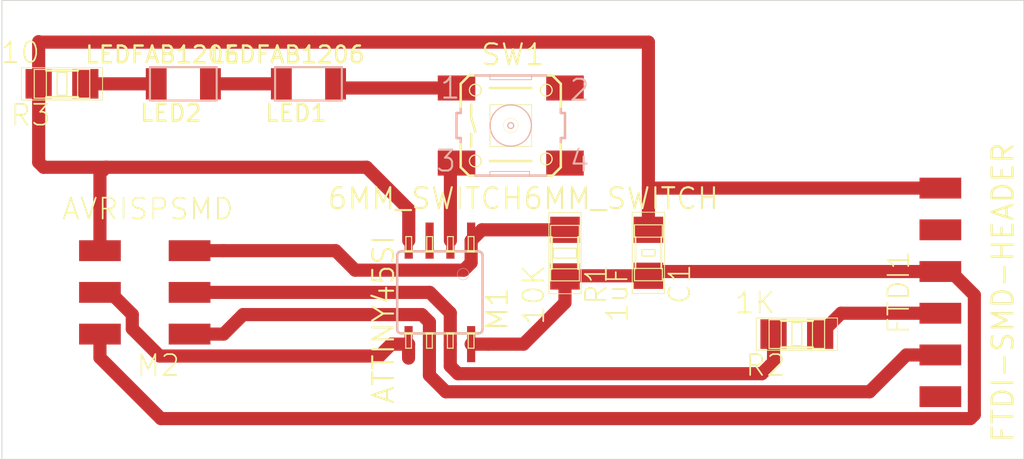
<source format=kicad_pcb>
(kicad_pcb (version 20171130) (host pcbnew "(5.1.5)-3")

  (general
    (thickness 1.6)
    (drawings 4)
    (tracks 76)
    (zones 0)
    (modules 10)
    (nets 17)
  )

  (page A4)
  (layers
    (0 F.Cu signal)
    (31 B.Cu signal)
    (32 B.Adhes user)
    (33 F.Adhes user)
    (34 B.Paste user)
    (35 F.Paste user)
    (36 B.SilkS user)
    (37 F.SilkS user)
    (38 B.Mask user)
    (39 F.Mask user)
    (40 Dwgs.User user)
    (41 Cmts.User user)
    (42 Eco1.User user)
    (43 Eco2.User user)
    (44 Edge.Cuts user)
    (45 Margin user)
    (46 B.CrtYd user)
    (47 F.CrtYd user)
    (48 B.Fab user)
    (49 F.Fab user)
  )

  (setup
    (last_trace_width 0.8)
    (trace_clearance 0.3)
    (zone_clearance 0.508)
    (zone_45_only no)
    (trace_min 0.8)
    (via_size 0.6)
    (via_drill 0.4)
    (via_min_size 0.4)
    (via_min_drill 0.3)
    (uvia_size 0.3)
    (uvia_drill 0.1)
    (uvias_allowed no)
    (uvia_min_size 0.2)
    (uvia_min_drill 0.1)
    (edge_width 0.05)
    (segment_width 0.2)
    (pcb_text_width 0.3)
    (pcb_text_size 1.5 1.5)
    (mod_edge_width 0.12)
    (mod_text_size 1 1)
    (mod_text_width 0.15)
    (pad_size 1.524 1.524)
    (pad_drill 0.762)
    (pad_to_mask_clearance 0.051)
    (solder_mask_min_width 0.25)
    (aux_axis_origin 0 0)
    (visible_elements 7FFFFFFF)
    (pcbplotparams
      (layerselection 0x010fc_ffffffff)
      (usegerberextensions false)
      (usegerberattributes false)
      (usegerberadvancedattributes false)
      (creategerberjobfile false)
      (excludeedgelayer true)
      (linewidth 0.100000)
      (plotframeref false)
      (viasonmask false)
      (mode 1)
      (useauxorigin false)
      (hpglpennumber 1)
      (hpglpenspeed 20)
      (hpglpendiameter 15.000000)
      (psnegative false)
      (psa4output false)
      (plotreference true)
      (plotvalue true)
      (plotinvisibletext false)
      (padsonsilk false)
      (subtractmaskfromsilk false)
      (outputformat 1)
      (mirror false)
      (drillshape 1)
      (scaleselection 1)
      (outputdirectory ""))
  )

  (net 0 "")
  (net 1 "Net-(C1-Pad1)")
  (net 2 "Net-(C1-Pad2)")
  (net 3 "Net-(FTDI1-Pad2)")
  (net 4 "Net-(FTDI1-Pad4)")
  (net 5 "Net-(FTDI1-Pad5)")
  (net 6 "Net-(FTDI1-Pad6)")
  (net 7 "Net-(LED1-Pad1)")
  (net 8 "Net-(LED1-Pad2)")
  (net 9 "Net-(LED2-Pad2)")
  (net 10 "Net-(M1-Pad2)")
  (net 11 "Net-(M1-Pad3)")
  (net 12 "Net-(SW1-Pad2)")
  (net 13 "Net-(SW1-Pad4)")
  (net 14 "Net-(M1-Pad1)")
  (net 15 "Net-(M1-Pad5)")
  (net 16 "Net-(M1-Pad7)")

  (net_class Default "This is the default net class."
    (clearance 0.3)
    (trace_width 0.8)
    (via_dia 0.6)
    (via_drill 0.4)
    (uvia_dia 0.3)
    (uvia_drill 0.1)
    (diff_pair_width 0.8)
    (diff_pair_gap 0.25)
    (add_net "Net-(C1-Pad1)")
    (add_net "Net-(C1-Pad2)")
    (add_net "Net-(FTDI1-Pad2)")
    (add_net "Net-(FTDI1-Pad4)")
    (add_net "Net-(FTDI1-Pad5)")
    (add_net "Net-(FTDI1-Pad6)")
    (add_net "Net-(LED1-Pad1)")
    (add_net "Net-(LED1-Pad2)")
    (add_net "Net-(LED2-Pad2)")
    (add_net "Net-(M1-Pad1)")
    (add_net "Net-(M1-Pad2)")
    (add_net "Net-(M1-Pad3)")
    (add_net "Net-(M1-Pad5)")
    (add_net "Net-(M1-Pad7)")
    (add_net "Net-(SW1-Pad2)")
    (add_net "Net-(SW1-Pad4)")
  )

  (module fab-C1206 (layer F.Cu) (tedit 200000) (tstamp 5E66ACCE)
    (at 370.84 321.43954 270)
    (descr CAPACITOR)
    (tags CAPACITOR)
    (path /5E61F700)
    (attr smd)
    (fp_text reference C1 (at 1.905 -1.905 90) (layer F.SilkS)
      (effects (font (size 1.27 1.27) (thickness 0.1016)))
    )
    (fp_text value 1uF (at 2.54 1.905 90) (layer F.SilkS)
      (effects (font (size 1.27 1.27) (thickness 0.1016)))
    )
    (fp_line (start -1.7018 0.8509) (end -0.94996 0.8509) (layer F.SilkS) (width 0.06604))
    (fp_line (start -0.94996 0.8509) (end -0.94996 -0.84836) (layer F.SilkS) (width 0.06604))
    (fp_line (start -1.7018 -0.84836) (end -0.94996 -0.84836) (layer F.SilkS) (width 0.06604))
    (fp_line (start -1.7018 0.8509) (end -1.7018 -0.84836) (layer F.SilkS) (width 0.06604))
    (fp_line (start 0.94996 0.84836) (end 1.7018 0.84836) (layer F.SilkS) (width 0.06604))
    (fp_line (start 1.7018 0.84836) (end 1.7018 -0.8509) (layer F.SilkS) (width 0.06604))
    (fp_line (start 0.94996 -0.8509) (end 1.7018 -0.8509) (layer F.SilkS) (width 0.06604))
    (fp_line (start 0.94996 0.84836) (end 0.94996 -0.8509) (layer F.SilkS) (width 0.06604))
    (fp_line (start -0.19812 0.39878) (end 0.19812 0.39878) (layer F.SilkS) (width 0.06604))
    (fp_line (start 0.19812 0.39878) (end 0.19812 -0.39878) (layer F.SilkS) (width 0.06604))
    (fp_line (start -0.19812 -0.39878) (end 0.19812 -0.39878) (layer F.SilkS) (width 0.06604))
    (fp_line (start -0.19812 0.39878) (end -0.19812 -0.39878) (layer F.SilkS) (width 0.06604))
    (fp_line (start -2.47142 -0.98298) (end 2.47142 -0.98298) (layer F.SilkS) (width 0.0508))
    (fp_line (start 2.47142 0.98298) (end -2.47142 0.98298) (layer F.SilkS) (width 0.0508))
    (fp_line (start -2.47142 0.98298) (end -2.47142 -0.98298) (layer F.SilkS) (width 0.0508))
    (fp_line (start 2.47142 -0.98298) (end 2.47142 0.98298) (layer F.SilkS) (width 0.0508))
    (fp_line (start -0.96266 -0.78486) (end 0.96266 -0.78486) (layer F.SilkS) (width 0.1016))
    (fp_line (start -0.96266 0.78486) (end 0.96266 0.78486) (layer F.SilkS) (width 0.1016))
    (pad 1 smd rect (at -1.39954 0 270) (size 1.59766 1.79832) (layers F.Cu F.Paste F.Mask)
      (net 1 "Net-(C1-Pad1)"))
    (pad 2 smd rect (at 1.39954 0 270) (size 1.59766 1.79832) (layers F.Cu F.Paste F.Mask)
      (net 2 "Net-(C1-Pad2)"))
  )

  (module fab-1X06SMD (layer F.Cu) (tedit 200000) (tstamp 5E66ACD8)
    (at 388.62 323.85)
    (path /5E61DFCD)
    (attr smd)
    (fp_text reference FTDI1 (at -2.54 0 90) (layer F.SilkS)
      (effects (font (size 1.27 1.27) (thickness 0.1016)))
    )
    (fp_text value FTDI-SMD-HEADER (at 3.81 0 270) (layer F.SilkS)
      (effects (font (size 1.27 1.27) (thickness 0.15)))
    )
    (pad 1 smd rect (at 0 -6.35) (size 2.54 1.27) (layers F.Cu F.Paste F.Mask)
      (net 1 "Net-(C1-Pad1)"))
    (pad 2 smd rect (at 0 -3.81) (size 2.54 1.27) (layers F.Cu F.Paste F.Mask)
      (net 3 "Net-(FTDI1-Pad2)"))
    (pad 3 smd rect (at 0 -1.27) (size 2.54 1.27) (layers F.Cu F.Paste F.Mask)
      (net 2 "Net-(C1-Pad2)"))
    (pad 4 smd rect (at 0 1.27) (size 2.54 1.27) (layers F.Cu F.Paste F.Mask)
      (net 4 "Net-(FTDI1-Pad4)"))
    (pad 5 smd rect (at 0 3.81) (size 2.54 1.27) (layers F.Cu F.Paste F.Mask)
      (net 5 "Net-(FTDI1-Pad5)"))
    (pad 6 smd rect (at 0 6.35) (size 2.54 1.27) (layers F.Cu F.Paste F.Mask)
      (net 6 "Net-(FTDI1-Pad6)"))
  )

  (module fab-LED1206FAB (layer F.Cu) (tedit 200000) (tstamp 5E66AD1C)
    (at 350.139 311.15 180)
    (descr "LED1206 FAB STYLE (SMALLER PADS TO ALLOW TRACE BETWEEN)")
    (tags "LED1206 FAB STYLE (SMALLER PADS TO ALLOW TRACE BETWEEN)")
    (path /5E6229E5)
    (attr smd)
    (fp_text reference LED1 (at 0.762 -1.778) (layer F.SilkS)
      (effects (font (size 1.016 1.016) (thickness 0.1524)))
    )
    (fp_text value LEDFAB1206 (at 1.27 1.778) (layer F.SilkS)
      (effects (font (size 1.016 1.016) (thickness 0.1524)))
    )
    (fp_line (start -2.032 -1.016) (end 2.032 -1.016) (layer B.SilkS) (width 0.127))
    (fp_line (start 2.032 -1.016) (end 2.032 1.016) (layer B.SilkS) (width 0.127))
    (fp_line (start 2.032 1.016) (end -2.032 1.016) (layer B.SilkS) (width 0.127))
    (fp_line (start -2.032 1.016) (end -2.032 -1.016) (layer B.SilkS) (width 0.127))
    (pad 1 smd rect (at -1.651 0 180) (size 1.27 1.905) (layers F.Cu F.Paste F.Mask)
      (net 7 "Net-(LED1-Pad1)"))
    (pad 2 smd rect (at 1.651 0 180) (size 1.27 1.905) (layers F.Cu F.Paste F.Mask)
      (net 8 "Net-(LED1-Pad2)"))
  )

  (module fab-LED1206FAB (layer F.Cu) (tedit 200000) (tstamp 5E66AD26)
    (at 342.519 311.15 180)
    (descr "LED1206 FAB STYLE (SMALLER PADS TO ALLOW TRACE BETWEEN)")
    (tags "LED1206 FAB STYLE (SMALLER PADS TO ALLOW TRACE BETWEEN)")
    (path /5E667DB3)
    (attr smd)
    (fp_text reference LED2 (at 0.762 -1.778) (layer F.SilkS)
      (effects (font (size 1.016 1.016) (thickness 0.1524)))
    )
    (fp_text value LEDFAB1206 (at 1.27 1.778) (layer F.SilkS)
      (effects (font (size 1.016 1.016) (thickness 0.1524)))
    )
    (fp_line (start -2.032 1.016) (end -2.032 -1.016) (layer B.SilkS) (width 0.127))
    (fp_line (start 2.032 1.016) (end -2.032 1.016) (layer B.SilkS) (width 0.127))
    (fp_line (start 2.032 -1.016) (end 2.032 1.016) (layer B.SilkS) (width 0.127))
    (fp_line (start -2.032 -1.016) (end 2.032 -1.016) (layer B.SilkS) (width 0.127))
    (pad 2 smd rect (at 1.651 0 180) (size 1.27 1.905) (layers F.Cu F.Paste F.Mask)
      (net 9 "Net-(LED2-Pad2)"))
    (pad 1 smd rect (at -1.651 0 180) (size 1.27 1.905) (layers F.Cu F.Paste F.Mask)
      (net 8 "Net-(LED1-Pad2)"))
  )

  (module fab-SOIC8 (layer F.Cu) (tedit 200000) (tstamp 5E66AD65)
    (at 358.14 323.85 180)
    (descr "WIDE PLASTIC GULL WING SMALL OUTLINE PACKAGE")
    (tags "WIDE PLASTIC GULL WING SMALL OUTLINE PACKAGE")
    (path /5E6178B6)
    (attr smd)
    (fp_text reference M1 (at -3.4925 -1.016 90) (layer F.SilkS)
      (effects (font (size 1.27 1.27) (thickness 0.127)))
    )
    (fp_text value ATTINY45SI (at 3.429 -1.651 90) (layer F.SilkS)
      (effects (font (size 1.27 1.27) (thickness 0.127)))
    )
    (fp_line (start -2.07772 -2.49936) (end -1.72974 -2.49936) (layer F.SilkS) (width 0.06604))
    (fp_line (start -1.72974 -2.49936) (end -1.72974 -3.39852) (layer F.SilkS) (width 0.06604))
    (fp_line (start -2.07772 -3.39852) (end -1.72974 -3.39852) (layer F.SilkS) (width 0.06604))
    (fp_line (start -2.07772 -2.49936) (end -2.07772 -3.39852) (layer F.SilkS) (width 0.06604))
    (fp_line (start -0.80772 -2.49936) (end -0.45974 -2.49936) (layer F.SilkS) (width 0.06604))
    (fp_line (start -0.45974 -2.49936) (end -0.45974 -3.39852) (layer F.SilkS) (width 0.06604))
    (fp_line (start -0.80772 -3.39852) (end -0.45974 -3.39852) (layer F.SilkS) (width 0.06604))
    (fp_line (start -0.80772 -2.49936) (end -0.80772 -3.39852) (layer F.SilkS) (width 0.06604))
    (fp_line (start 0.45974 -2.49936) (end 0.80772 -2.49936) (layer F.SilkS) (width 0.06604))
    (fp_line (start 0.80772 -2.49936) (end 0.80772 -3.39852) (layer F.SilkS) (width 0.06604))
    (fp_line (start 0.45974 -3.39852) (end 0.80772 -3.39852) (layer F.SilkS) (width 0.06604))
    (fp_line (start 0.45974 -2.49936) (end 0.45974 -3.39852) (layer F.SilkS) (width 0.06604))
    (fp_line (start 1.72974 -2.49936) (end 2.07772 -2.49936) (layer F.SilkS) (width 0.06604))
    (fp_line (start 2.07772 -2.49936) (end 2.07772 -3.39852) (layer F.SilkS) (width 0.06604))
    (fp_line (start 1.72974 -3.39852) (end 2.07772 -3.39852) (layer F.SilkS) (width 0.06604))
    (fp_line (start 1.72974 -2.49936) (end 1.72974 -3.39852) (layer F.SilkS) (width 0.06604))
    (fp_line (start 1.71958 3.39852) (end 2.06756 3.39852) (layer F.SilkS) (width 0.06604))
    (fp_line (start 2.06756 3.39852) (end 2.06756 2.49936) (layer F.SilkS) (width 0.06604))
    (fp_line (start 1.71958 2.49936) (end 2.06756 2.49936) (layer F.SilkS) (width 0.06604))
    (fp_line (start 1.71958 3.39852) (end 1.71958 2.49936) (layer F.SilkS) (width 0.06604))
    (fp_line (start 0.44958 3.39852) (end 0.79756 3.39852) (layer F.SilkS) (width 0.06604))
    (fp_line (start 0.79756 3.39852) (end 0.79756 2.49936) (layer F.SilkS) (width 0.06604))
    (fp_line (start 0.44958 2.49936) (end 0.79756 2.49936) (layer F.SilkS) (width 0.06604))
    (fp_line (start 0.44958 3.39852) (end 0.44958 2.49936) (layer F.SilkS) (width 0.06604))
    (fp_line (start -0.81788 3.39852) (end -0.4699 3.39852) (layer F.SilkS) (width 0.06604))
    (fp_line (start -0.4699 3.39852) (end -0.4699 2.49936) (layer F.SilkS) (width 0.06604))
    (fp_line (start -0.81788 2.49936) (end -0.4699 2.49936) (layer F.SilkS) (width 0.06604))
    (fp_line (start -0.81788 3.39852) (end -0.81788 2.49936) (layer F.SilkS) (width 0.06604))
    (fp_line (start -2.07772 3.39852) (end -1.72974 3.39852) (layer F.SilkS) (width 0.06604))
    (fp_line (start -1.72974 3.39852) (end -1.72974 2.49936) (layer F.SilkS) (width 0.06604))
    (fp_line (start -2.07772 2.49936) (end -1.72974 2.49936) (layer F.SilkS) (width 0.06604))
    (fp_line (start -2.07772 3.39852) (end -2.07772 2.49936) (layer F.SilkS) (width 0.06604))
    (fp_line (start 2.35966 2.49936) (end -2.33934 2.49936) (layer F.SilkS) (width 0.1524))
    (fp_line (start -2.33934 -2.49936) (end 2.35966 -2.49936) (layer F.SilkS) (width 0.1524))
    (fp_line (start -2.2098 -2.49936) (end -2.33934 -2.49936) (layer B.SilkS) (width 0.1524))
    (fp_line (start -1.5875 -2.49936) (end -0.94996 -2.49936) (layer B.SilkS) (width 0.1524))
    (fp_line (start -0.3175 -2.49936) (end 0.3175 -2.49936) (layer B.SilkS) (width 0.1524))
    (fp_line (start 0.94996 -2.49936) (end 1.5875 -2.49936) (layer B.SilkS) (width 0.1524))
    (fp_line (start 2.2098 -2.49936) (end 2.35966 -2.49936) (layer B.SilkS) (width 0.1524))
    (fp_line (start 2.19964 2.49936) (end 2.32918 2.49936) (layer B.SilkS) (width 0.1524))
    (fp_line (start 1.5875 2.49936) (end 0.9398 2.49936) (layer B.SilkS) (width 0.1524))
    (fp_line (start 0.3175 2.49936) (end -0.32766 2.49936) (layer B.SilkS) (width 0.1524))
    (fp_line (start -0.94996 2.49936) (end -1.5875 2.49936) (layer B.SilkS) (width 0.1524))
    (fp_line (start -2.2098 2.49936) (end -2.33934 2.49936) (layer B.SilkS) (width 0.1524))
    (fp_line (start -2.59842 -2.2479) (end -2.59842 2.23774) (layer B.SilkS) (width 0.1524))
    (fp_line (start 2.59842 2.2479) (end 2.59842 -2.2479) (layer B.SilkS) (width 0.1524))
    (fp_circle (center -1.41986 1.11252) (end -1.66878 1.36144) (layer B.SilkS) (width 0.0254))
    (fp_arc (start -2.3495 -2.2479) (end -2.59842 -2.2479) (angle 90) (layer B.SilkS) (width 0.1524))
    (fp_arc (start 2.3495 -2.2479) (end 2.3495 -2.49936) (angle 90) (layer B.SilkS) (width 0.1524))
    (fp_arc (start 2.3495 2.2479) (end 2.59842 2.2479) (angle 90) (layer B.SilkS) (width 0.1524))
    (fp_arc (start -2.3495 2.2479) (end -2.3495 2.49936) (angle 90) (layer B.SilkS) (width 0.1524))
    (pad 1 smd rect (at -1.905 3.15214 180) (size 0.49784 2.19964) (layers F.Cu F.Paste F.Mask)
      (net 14 "Net-(M1-Pad1)"))
    (pad 2 smd rect (at -0.64262 3.15214 180) (size 0.49784 2.19964) (layers F.Cu F.Paste F.Mask)
      (net 10 "Net-(M1-Pad2)"))
    (pad 3 smd rect (at 0.62484 3.15214 180) (size 0.49784 2.19964) (layers F.Cu F.Paste F.Mask)
      (net 11 "Net-(M1-Pad3)"))
    (pad 4 smd rect (at 1.89484 3.15214 180) (size 0.49784 2.19964) (layers F.Cu F.Paste F.Mask)
      (net 1 "Net-(C1-Pad1)"))
    (pad 5 smd rect (at 1.905 -3.15214 180) (size 0.49784 2.19964) (layers F.Cu F.Paste F.Mask)
      (net 15 "Net-(M1-Pad5)"))
    (pad 6 smd rect (at 0.635 -3.15214 180) (size 0.49784 2.19964) (layers F.Cu F.Paste F.Mask)
      (net 5 "Net-(FTDI1-Pad5)"))
    (pad 7 smd rect (at -0.635 -3.15214 180) (size 0.49784 2.19964) (layers F.Cu F.Paste F.Mask)
      (net 16 "Net-(M1-Pad7)"))
    (pad 8 smd rect (at -1.905 -3.15214 180) (size 0.49784 2.19964) (layers F.Cu F.Paste F.Mask)
      (net 2 "Net-(C1-Pad2)"))
  )

  (module fab-R1206 (layer F.Cu) (tedit 200000) (tstamp 5E66AD7D)
    (at 365.76 321.45986 270)
    (descr RESISTOR)
    (tags RESISTOR)
    (path /5E64C4C7)
    (attr smd)
    (fp_text reference R1 (at 1.905 -1.905 90) (layer F.SilkS)
      (effects (font (size 1.27 1.27) (thickness 0.1016)))
    )
    (fp_text value 10K (at 2.54 1.905 90) (layer F.SilkS)
      (effects (font (size 1.27 1.27) (thickness 0.1016)))
    )
    (fp_line (start -1.6891 0.8763) (end -0.9525 0.8763) (layer F.SilkS) (width 0.06604))
    (fp_line (start -0.9525 0.8763) (end -0.9525 -0.8763) (layer F.SilkS) (width 0.06604))
    (fp_line (start -1.6891 -0.8763) (end -0.9525 -0.8763) (layer F.SilkS) (width 0.06604))
    (fp_line (start -1.6891 0.8763) (end -1.6891 -0.8763) (layer F.SilkS) (width 0.06604))
    (fp_line (start 0.9525 0.8763) (end 1.6891 0.8763) (layer F.SilkS) (width 0.06604))
    (fp_line (start 1.6891 0.8763) (end 1.6891 -0.8763) (layer F.SilkS) (width 0.06604))
    (fp_line (start 0.9525 -0.8763) (end 1.6891 -0.8763) (layer F.SilkS) (width 0.06604))
    (fp_line (start 0.9525 0.8763) (end 0.9525 -0.8763) (layer F.SilkS) (width 0.06604))
    (fp_line (start -0.29972 0.6985) (end 0.29972 0.6985) (layer F.SilkS) (width 0.06604))
    (fp_line (start 0.29972 0.6985) (end 0.29972 -0.6985) (layer F.SilkS) (width 0.06604))
    (fp_line (start -0.29972 -0.6985) (end 0.29972 -0.6985) (layer F.SilkS) (width 0.06604))
    (fp_line (start -0.29972 0.6985) (end -0.29972 -0.6985) (layer F.SilkS) (width 0.06604))
    (fp_line (start 0.9525 0.8128) (end -0.9652 0.8128) (layer F.SilkS) (width 0.1524))
    (fp_line (start 0.9525 -0.8128) (end -0.9652 -0.8128) (layer F.SilkS) (width 0.1524))
    (fp_line (start -2.47142 -0.98298) (end 2.47142 -0.98298) (layer F.SilkS) (width 0.0508))
    (fp_line (start 2.47142 -0.98298) (end 2.47142 0.98298) (layer F.SilkS) (width 0.0508))
    (fp_line (start 2.47142 0.98298) (end -2.47142 0.98298) (layer F.SilkS) (width 0.0508))
    (fp_line (start -2.47142 0.98298) (end -2.47142 -0.98298) (layer F.SilkS) (width 0.0508))
    (pad 1 smd rect (at -1.41986 0 270) (size 1.59766 1.80086) (layers F.Cu F.Paste F.Mask)
      (net 14 "Net-(M1-Pad1)"))
    (pad 2 smd rect (at 1.41986 0 270) (size 1.59766 1.80086) (layers F.Cu F.Paste F.Mask)
      (net 2 "Net-(C1-Pad2)"))
  )

  (module fab-R1206 (layer F.Cu) (tedit 200000) (tstamp 5E66AD95)
    (at 379.87986 326.39 180)
    (descr RESISTOR)
    (tags RESISTOR)
    (path /5E64F0AA)
    (attr smd)
    (fp_text reference R2 (at 1.905 -1.905) (layer F.SilkS)
      (effects (font (size 1.27 1.27) (thickness 0.1016)))
    )
    (fp_text value 1K (at 2.54 1.905) (layer F.SilkS)
      (effects (font (size 1.27 1.27) (thickness 0.1016)))
    )
    (fp_line (start -2.47142 0.98298) (end -2.47142 -0.98298) (layer F.SilkS) (width 0.0508))
    (fp_line (start 2.47142 0.98298) (end -2.47142 0.98298) (layer F.SilkS) (width 0.0508))
    (fp_line (start 2.47142 -0.98298) (end 2.47142 0.98298) (layer F.SilkS) (width 0.0508))
    (fp_line (start -2.47142 -0.98298) (end 2.47142 -0.98298) (layer F.SilkS) (width 0.0508))
    (fp_line (start 0.9525 -0.8128) (end -0.9652 -0.8128) (layer F.SilkS) (width 0.1524))
    (fp_line (start 0.9525 0.8128) (end -0.9652 0.8128) (layer F.SilkS) (width 0.1524))
    (fp_line (start -0.29972 0.6985) (end -0.29972 -0.6985) (layer F.SilkS) (width 0.06604))
    (fp_line (start -0.29972 -0.6985) (end 0.29972 -0.6985) (layer F.SilkS) (width 0.06604))
    (fp_line (start 0.29972 0.6985) (end 0.29972 -0.6985) (layer F.SilkS) (width 0.06604))
    (fp_line (start -0.29972 0.6985) (end 0.29972 0.6985) (layer F.SilkS) (width 0.06604))
    (fp_line (start 0.9525 0.8763) (end 0.9525 -0.8763) (layer F.SilkS) (width 0.06604))
    (fp_line (start 0.9525 -0.8763) (end 1.6891 -0.8763) (layer F.SilkS) (width 0.06604))
    (fp_line (start 1.6891 0.8763) (end 1.6891 -0.8763) (layer F.SilkS) (width 0.06604))
    (fp_line (start 0.9525 0.8763) (end 1.6891 0.8763) (layer F.SilkS) (width 0.06604))
    (fp_line (start -1.6891 0.8763) (end -1.6891 -0.8763) (layer F.SilkS) (width 0.06604))
    (fp_line (start -1.6891 -0.8763) (end -0.9525 -0.8763) (layer F.SilkS) (width 0.06604))
    (fp_line (start -0.9525 0.8763) (end -0.9525 -0.8763) (layer F.SilkS) (width 0.06604))
    (fp_line (start -1.6891 0.8763) (end -0.9525 0.8763) (layer F.SilkS) (width 0.06604))
    (pad 2 smd rect (at 1.41986 0 180) (size 1.59766 1.80086) (layers F.Cu F.Paste F.Mask)
      (net 16 "Net-(M1-Pad7)"))
    (pad 1 smd rect (at -1.41986 0 180) (size 1.59766 1.80086) (layers F.Cu F.Paste F.Mask)
      (net 4 "Net-(FTDI1-Pad4)"))
  )

  (module fab-R1206 (layer F.Cu) (tedit 200000) (tstamp 5E66DE3D)
    (at 335.13014 311.15 180)
    (descr RESISTOR)
    (tags RESISTOR)
    (path /5E652669)
    (attr smd)
    (fp_text reference R3 (at 1.905 -1.905) (layer F.SilkS)
      (effects (font (size 1.27 1.27) (thickness 0.1016)))
    )
    (fp_text value 10 (at 2.54 1.905) (layer F.SilkS)
      (effects (font (size 1.27 1.27) (thickness 0.1016)))
    )
    (fp_line (start -1.6891 0.8763) (end -0.9525 0.8763) (layer F.SilkS) (width 0.06604))
    (fp_line (start -0.9525 0.8763) (end -0.9525 -0.8763) (layer F.SilkS) (width 0.06604))
    (fp_line (start -1.6891 -0.8763) (end -0.9525 -0.8763) (layer F.SilkS) (width 0.06604))
    (fp_line (start -1.6891 0.8763) (end -1.6891 -0.8763) (layer F.SilkS) (width 0.06604))
    (fp_line (start 0.9525 0.8763) (end 1.6891 0.8763) (layer F.SilkS) (width 0.06604))
    (fp_line (start 1.6891 0.8763) (end 1.6891 -0.8763) (layer F.SilkS) (width 0.06604))
    (fp_line (start 0.9525 -0.8763) (end 1.6891 -0.8763) (layer F.SilkS) (width 0.06604))
    (fp_line (start 0.9525 0.8763) (end 0.9525 -0.8763) (layer F.SilkS) (width 0.06604))
    (fp_line (start -0.29972 0.6985) (end 0.29972 0.6985) (layer F.SilkS) (width 0.06604))
    (fp_line (start 0.29972 0.6985) (end 0.29972 -0.6985) (layer F.SilkS) (width 0.06604))
    (fp_line (start -0.29972 -0.6985) (end 0.29972 -0.6985) (layer F.SilkS) (width 0.06604))
    (fp_line (start -0.29972 0.6985) (end -0.29972 -0.6985) (layer F.SilkS) (width 0.06604))
    (fp_line (start 0.9525 0.8128) (end -0.9652 0.8128) (layer F.SilkS) (width 0.1524))
    (fp_line (start 0.9525 -0.8128) (end -0.9652 -0.8128) (layer F.SilkS) (width 0.1524))
    (fp_line (start -2.47142 -0.98298) (end 2.47142 -0.98298) (layer F.SilkS) (width 0.0508))
    (fp_line (start 2.47142 -0.98298) (end 2.47142 0.98298) (layer F.SilkS) (width 0.0508))
    (fp_line (start 2.47142 0.98298) (end -2.47142 0.98298) (layer F.SilkS) (width 0.0508))
    (fp_line (start -2.47142 0.98298) (end -2.47142 -0.98298) (layer F.SilkS) (width 0.0508))
    (pad 1 smd rect (at -1.41986 0 180) (size 1.59766 1.80086) (layers F.Cu F.Paste F.Mask)
      (net 9 "Net-(LED2-Pad2)"))
    (pad 2 smd rect (at 1.41986 0 180) (size 1.59766 1.80086) (layers F.Cu F.Paste F.Mask)
      (net 1 "Net-(C1-Pad1)"))
  )

  (module fab-6MM_SWITCH (layer F.Cu) (tedit 200000) (tstamp 5E66ADEB)
    (at 362.458 313.69)
    (descr "OMRON SWITCH")
    (tags "OMRON SWITCH")
    (path /5E625F18)
    (attr smd)
    (fp_text reference SW1 (at 0.127 -4.318) (layer F.SilkS)
      (effects (font (size 1.27 1.27) (thickness 0.127)))
    )
    (fp_text value 6MM_SWITCH6MM_SWITCH (at 0.762 4.445) (layer F.SilkS)
      (effects (font (size 1.27 1.27) (thickness 0.127)))
    )
    (fp_line (start 3.302 0.762) (end 3.048 0.762) (layer B.SilkS) (width 0.1524))
    (fp_line (start 3.302 0.762) (end 3.302 -0.762) (layer B.SilkS) (width 0.1524))
    (fp_line (start 3.048 -0.762) (end 3.302 -0.762) (layer B.SilkS) (width 0.1524))
    (fp_line (start 3.048 -1.016) (end 3.048 -2.54) (layer F.SilkS) (width 0.1524))
    (fp_line (start -3.302 -0.762) (end -3.048 -0.762) (layer B.SilkS) (width 0.1524))
    (fp_line (start -3.302 -0.762) (end -3.302 0.762) (layer B.SilkS) (width 0.1524))
    (fp_line (start -3.048 0.762) (end -3.302 0.762) (layer B.SilkS) (width 0.1524))
    (fp_line (start 3.048 -2.54) (end 2.54 -3.048) (layer F.SilkS) (width 0.1524))
    (fp_line (start 2.54 3.048) (end 3.048 2.54) (layer F.SilkS) (width 0.1524))
    (fp_line (start 3.048 2.54) (end 3.048 1.016) (layer F.SilkS) (width 0.1524))
    (fp_line (start -2.54 -3.048) (end -3.048 -2.54) (layer F.SilkS) (width 0.1524))
    (fp_line (start -3.048 -2.54) (end -3.048 -1.016) (layer F.SilkS) (width 0.1524))
    (fp_line (start -2.54 3.048) (end -3.048 2.54) (layer F.SilkS) (width 0.1524))
    (fp_line (start -3.048 2.54) (end -3.048 1.016) (layer F.SilkS) (width 0.1524))
    (fp_line (start -1.27 -1.27) (end -1.27 1.27) (layer F.SilkS) (width 0.0508))
    (fp_line (start 1.27 1.27) (end -1.27 1.27) (layer F.SilkS) (width 0.0508))
    (fp_line (start 1.27 1.27) (end 1.27 -1.27) (layer F.SilkS) (width 0.0508))
    (fp_line (start -1.27 -1.27) (end 1.27 -1.27) (layer F.SilkS) (width 0.0508))
    (fp_line (start -1.27 -3.048) (end -1.27 -2.794) (layer B.SilkS) (width 0.0508))
    (fp_line (start 1.27 -2.794) (end -1.27 -2.794) (layer B.SilkS) (width 0.0508))
    (fp_line (start 1.27 -2.794) (end 1.27 -3.048) (layer B.SilkS) (width 0.0508))
    (fp_line (start 1.143 2.794) (end -1.27 2.794) (layer B.SilkS) (width 0.0508))
    (fp_line (start 1.143 2.794) (end 1.143 3.048) (layer B.SilkS) (width 0.0508))
    (fp_line (start -1.27 2.794) (end -1.27 3.048) (layer B.SilkS) (width 0.0508))
    (fp_line (start 2.54 3.048) (end 2.159 3.048) (layer F.SilkS) (width 0.1524))
    (fp_line (start -2.54 3.048) (end -2.159 3.048) (layer F.SilkS) (width 0.1524))
    (fp_line (start -2.159 3.048) (end -1.27 3.048) (layer B.SilkS) (width 0.1524))
    (fp_line (start -2.54 -3.048) (end -2.159 -3.048) (layer F.SilkS) (width 0.1524))
    (fp_line (start 2.54 -3.048) (end 2.159 -3.048) (layer F.SilkS) (width 0.1524))
    (fp_line (start 2.159 -3.048) (end 1.27 -3.048) (layer B.SilkS) (width 0.1524))
    (fp_line (start 1.27 -3.048) (end -1.27 -3.048) (layer B.SilkS) (width 0.1524))
    (fp_line (start -1.27 -3.048) (end -2.159 -3.048) (layer B.SilkS) (width 0.1524))
    (fp_line (start -1.27 3.048) (end 1.143 3.048) (layer B.SilkS) (width 0.1524))
    (fp_line (start 1.143 3.048) (end 2.159 3.048) (layer B.SilkS) (width 0.1524))
    (fp_line (start 3.048 0.762) (end 3.048 1.016) (layer B.SilkS) (width 0.1524))
    (fp_line (start 3.048 -0.762) (end 3.048 -1.016) (layer B.SilkS) (width 0.1524))
    (fp_line (start -3.048 0.762) (end -3.048 1.016) (layer B.SilkS) (width 0.1524))
    (fp_line (start -3.048 -0.762) (end -3.048 -1.016) (layer B.SilkS) (width 0.1524))
    (fp_line (start -1.27 2.159) (end 1.27 2.159) (layer F.SilkS) (width 0.1524))
    (fp_line (start 1.27 -2.286) (end -1.27 -2.286) (layer F.SilkS) (width 0.1524))
    (fp_line (start -2.413 -1.27) (end -2.413 -0.508) (layer F.SilkS) (width 0.1524))
    (fp_line (start -2.413 0.508) (end -2.413 1.27) (layer F.SilkS) (width 0.1524))
    (fp_line (start -2.413 -0.508) (end -2.159 0.381) (layer F.SilkS) (width 0.1524))
    (fp_circle (center 0 0) (end -0.889 0.889) (layer B.SilkS) (width 0.0762))
    (fp_circle (center -2.159 2.159) (end -2.413 2.413) (layer F.SilkS) (width 0.0762))
    (fp_circle (center 2.159 2.032) (end 2.413 2.286) (layer F.SilkS) (width 0.0762))
    (fp_circle (center 2.159 -2.159) (end 2.413 -2.413) (layer F.SilkS) (width 0.0762))
    (fp_circle (center -2.159 -2.159) (end -2.413 -2.413) (layer F.SilkS) (width 0.0762))
    (fp_circle (center 0 0) (end -0.3175 0.3175) (layer F.SilkS) (width 0.0254))
    (fp_circle (center 0 0) (end -0.127 0.127) (layer B.SilkS) (width 0.0762))
    (fp_text user 1 (at -3.683 -2.286) (layer B.SilkS)
      (effects (font (size 1.27 1.27) (thickness 0.127)))
    )
    (fp_text user 2 (at 4.191 -2.159) (layer B.SilkS)
      (effects (font (size 1.27 1.27) (thickness 0.127)))
    )
    (fp_text user 3 (at -3.937 2.159) (layer B.SilkS)
      (effects (font (size 1.27 1.27) (thickness 0.127)))
    )
    (fp_text user 4 (at 4.191 2.159) (layer B.SilkS)
      (effects (font (size 1.27 1.27) (thickness 0.127)))
    )
    (pad 1 smd rect (at -3.302 -2.286) (size 2.286 1.524) (layers F.Cu F.Paste F.Mask)
      (net 7 "Net-(LED1-Pad1)"))
    (pad 2 smd rect (at 3.302 -2.286) (size 2.286 1.524) (layers F.Cu F.Paste F.Mask)
      (net 12 "Net-(SW1-Pad2)"))
    (pad 3 smd rect (at -3.302 2.286) (size 2.286 1.524) (layers F.Cu F.Paste F.Mask)
      (net 10 "Net-(M1-Pad2)"))
    (pad 4 smd rect (at 3.302 2.286) (size 2.286 1.524) (layers F.Cu F.Paste F.Mask)
      (net 13 "Net-(SW1-Pad4)"))
  )

  (module fab-2X03SMD (layer F.Cu) (tedit 200000) (tstamp 5E67ACA0)
    (at 340.36 323.85 180)
    (path /5E6793C7)
    (attr smd)
    (fp_text reference M2 (at -0.635 -4.445) (layer F.SilkS)
      (effects (font (size 1.27 1.27) (thickness 0.1016)))
    )
    (fp_text value AVRISPSMD (at 0 5.08) (layer F.SilkS)
      (effects (font (size 1.27 1.27) (thickness 0.1016)))
    )
    (pad 1 smd rect (at -2.54 -2.54 180) (size 2.54 1.27) (layers F.Cu F.Paste F.Mask)
      (net 5 "Net-(FTDI1-Pad5)"))
    (pad 2 smd rect (at 2.91846 -2.54 180) (size 2.54 1.27) (layers F.Cu F.Paste F.Mask)
      (net 2 "Net-(C1-Pad2)"))
    (pad 3 smd rect (at -2.54 0 180) (size 2.54 1.27) (layers F.Cu F.Paste F.Mask)
      (net 16 "Net-(M1-Pad7)"))
    (pad 4 smd rect (at 2.91846 0 180) (size 2.54 1.27) (layers F.Cu F.Paste F.Mask)
      (net 15 "Net-(M1-Pad5)"))
    (pad 5 smd rect (at -2.54 2.54 180) (size 2.54 1.27) (layers F.Cu F.Paste F.Mask)
      (net 14 "Net-(M1-Pad1)"))
    (pad 6 smd rect (at 2.91846 2.54 180) (size 2.54 1.27) (layers F.Cu F.Paste F.Mask)
      (net 1 "Net-(C1-Pad1)"))
  )

  (gr_line (start 393.7 306.07) (end 331.47 306.07) (layer Edge.Cuts) (width 0.05) (tstamp 5E67B092))
  (gr_line (start 393.7 334.01) (end 393.7 306.07) (layer Edge.Cuts) (width 0.05))
  (gr_line (start 331.47 334.01) (end 393.7 334.01) (layer Edge.Cuts) (width 0.05))
  (gr_line (start 331.47 306.07) (end 331.47 334.01) (layer Edge.Cuts) (width 0.05))

  (segment (start 333.71028 311.15) (end 333.71028 308.57957) (width 0.4) (layer F.Cu) (net 1))
  (segment (start 372.18117 317.5) (end 370.84 317.5) (width 0.4) (layer F.Cu) (net 1))
  (segment (start 370.84 320.04) (end 370.84 317.5) (width 0.4) (layer F.Cu) (net 1))
  (segment (start 370.84 317.5) (end 370.84 308.61) (width 0.4) (layer F.Cu) (net 1))
  (segment (start 337.44154 316.60846) (end 337.82 316.23) (width 0.8) (layer F.Cu) (net 1))
  (segment (start 337.44154 321.31) (end 337.44154 316.60846) (width 0.8) (layer F.Cu) (net 1))
  (segment (start 388.62 317.5) (end 370.84 317.5) (width 0.8) (layer F.Cu) (net 1))
  (segment (start 370.84 320.04) (end 370.84 308.61) (width 0.8) (layer F.Cu) (net 1))
  (segment (start 333.74071 308.61) (end 333.71028 308.57957) (width 0.8) (layer F.Cu) (net 1))
  (segment (start 370.84 308.61) (end 333.74071 308.61) (width 0.8) (layer F.Cu) (net 1))
  (segment (start 333.71028 308.64043) (end 333.71028 311.15) (width 0.8) (layer F.Cu) (net 1))
  (segment (start 333.74071 308.61) (end 333.71028 308.64043) (width 0.8) (layer F.Cu) (net 1))
  (segment (start 333.71028 311.15) (end 333.71028 315.93028) (width 0.8) (layer F.Cu) (net 1))
  (segment (start 334.01 316.23) (end 337.82 316.23) (width 0.8) (layer F.Cu) (net 1))
  (segment (start 333.71028 315.93028) (end 334.01 316.23) (width 0.8) (layer F.Cu) (net 1))
  (segment (start 356.24516 318.79804) (end 356.24516 320.69786) (width 0.8) (layer F.Cu) (net 1))
  (segment (start 353.67712 316.23) (end 356.24516 318.79804) (width 0.8) (layer F.Cu) (net 1))
  (segment (start 337.82 316.23) (end 353.67712 316.23) (width 0.8) (layer F.Cu) (net 1))
  (segment (start 365.80064 322.83908) (end 365.76 322.87972) (width 0.8) (layer F.Cu) (net 2))
  (segment (start 370.84 322.83908) (end 365.80064 322.83908) (width 0.8) (layer F.Cu) (net 2))
  (segment (start 361.09392 327.00214) (end 360.045 327.00214) (width 0.8) (layer F.Cu) (net 2))
  (segment (start 363.23641 327.00214) (end 361.09392 327.00214) (width 0.8) (layer F.Cu) (net 2))
  (segment (start 365.76 324.47855) (end 363.23641 327.00214) (width 0.8) (layer F.Cu) (net 2))
  (segment (start 365.76 322.87972) (end 365.76 324.47855) (width 0.8) (layer F.Cu) (net 2))
  (segment (start 371.09908 322.58) (end 370.84 322.83908) (width 0.8) (layer F.Cu) (net 2))
  (segment (start 388.62 322.58) (end 371.09908 322.58) (width 0.8) (layer F.Cu) (net 2))
  (segment (start 390.69 324.015) (end 389.255 322.58) (width 0.8) (layer F.Cu) (net 2))
  (segment (start 390.69 331.295002) (end 390.69 324.015) (width 0.8) (layer F.Cu) (net 2))
  (segment (start 390.450001 331.535001) (end 390.69 331.295002) (width 0.8) (layer F.Cu) (net 2))
  (segment (start 341.151541 331.535001) (end 390.450001 331.535001) (width 0.8) (layer F.Cu) (net 2))
  (segment (start 389.255 322.58) (end 388.62 322.58) (width 0.8) (layer F.Cu) (net 2))
  (segment (start 337.44154 327.825) (end 341.151541 331.535001) (width 0.8) (layer F.Cu) (net 2))
  (segment (start 337.44154 326.39) (end 337.44154 327.825) (width 0.8) (layer F.Cu) (net 2))
  (segment (start 382.56972 325.12) (end 381.29972 326.39) (width 0.8) (layer F.Cu) (net 4))
  (segment (start 388.62 325.12) (end 382.56972 325.12) (width 0.8) (layer F.Cu) (net 4))
  (segment (start 357.505 328.90196) (end 357.505 327.00214) (width 0.8) (layer F.Cu) (net 5))
  (segment (start 358.505011 329.901971) (end 357.505 328.90196) (width 0.8) (layer F.Cu) (net 5))
  (segment (start 384.308029 329.901971) (end 358.505011 329.901971) (width 0.8) (layer F.Cu) (net 5))
  (segment (start 386.55 327.66) (end 384.308029 329.901971) (width 0.8) (layer F.Cu) (net 5))
  (segment (start 388.62 327.66) (end 386.55 327.66) (width 0.8) (layer F.Cu) (net 5))
  (segment (start 344.97 326.39) (end 342.9 326.39) (width 0.8) (layer F.Cu) (net 5))
  (segment (start 346.157681 325.202319) (end 344.97 326.39) (width 0.8) (layer F.Cu) (net 5))
  (segment (start 357.505 325.663398) (end 357.043921 325.202319) (width 0.8) (layer F.Cu) (net 5))
  (segment (start 357.043921 325.202319) (end 346.157681 325.202319) (width 0.8) (layer F.Cu) (net 5))
  (segment (start 357.505 327.00214) (end 357.505 325.663398) (width 0.8) (layer F.Cu) (net 5))
  (segment (start 352.044 311.404) (end 351.79 311.15) (width 0.8) (layer F.Cu) (net 7))
  (segment (start 359.156 311.404) (end 352.044 311.404) (width 0.8) (layer F.Cu) (net 7))
  (segment (start 348.488 311.15) (end 344.17 311.15) (width 0.8) (layer F.Cu) (net 8))
  (segment (start 340.868 311.15) (end 336.55 311.15) (width 0.8) (layer F.Cu) (net 9))
  (segment (start 358.78262 316.34938) (end 358.78262 320.69786) (width 0.8) (layer F.Cu) (net 10))
  (segment (start 359.156 315.976) (end 358.78262 316.34938) (width 0.8) (layer F.Cu) (net 10))
  (segment (start 360.70286 320.04) (end 360.045 320.69786) (width 0.8) (layer F.Cu) (net 14))
  (segment (start 365.76 320.04) (end 360.70286 320.04) (width 0.8) (layer F.Cu) (net 14))
  (segment (start 351.792806 321.31) (end 344.97 321.31) (width 0.8) (layer F.Cu) (net 14))
  (segment (start 344.97 321.31) (end 342.9 321.31) (width 0.8) (layer F.Cu) (net 14))
  (segment (start 352.980487 322.497681) (end 351.792806 321.31) (width 0.8) (layer F.Cu) (net 14))
  (segment (start 359.591541 322.497681) (end 352.980487 322.497681) (width 0.8) (layer F.Cu) (net 14))
  (segment (start 360.045 322.044222) (end 359.591541 322.497681) (width 0.8) (layer F.Cu) (net 14))
  (segment (start 360.045 320.69786) (end 360.045 322.044222) (width 0.8) (layer F.Cu) (net 14))
  (segment (start 336.80654 323.85) (end 337.44154 323.85) (width 0.8) (layer F.Cu) (net 15))
  (segment (start 356.235 327.00214) (end 356.235 327.85304) (width 0.8) (layer F.Cu) (net 15))
  (segment (start 339.411541 325.194999) (end 338.066542 323.85) (width 0.8) (layer F.Cu) (net 15))
  (segment (start 338.066542 323.85) (end 337.44154 323.85) (width 0.8) (layer F.Cu) (net 15))
  (segment (start 339.411541 326.066543) (end 339.411541 325.194999) (width 0.8) (layer F.Cu) (net 15))
  (segment (start 341.069999 327.725001) (end 339.411541 326.066543) (width 0.8) (layer F.Cu) (net 15))
  (segment (start 354.463219 327.725001) (end 341.069999 327.725001) (width 0.8) (layer F.Cu) (net 15))
  (segment (start 355.18608 327.00214) (end 354.463219 327.725001) (width 0.8) (layer F.Cu) (net 15))
  (segment (start 356.235 327.00214) (end 355.18608 327.00214) (width 0.8) (layer F.Cu) (net 15))
  (segment (start 378.46 328.09043) (end 378.46 326.39) (width 0.8) (layer F.Cu) (net 16))
  (segment (start 359.236079 328.801961) (end 377.748469 328.801961) (width 0.8) (layer F.Cu) (net 16))
  (segment (start 377.748469 328.801961) (end 378.46 328.09043) (width 0.8) (layer F.Cu) (net 16))
  (segment (start 358.775 328.340882) (end 359.236079 328.801961) (width 0.8) (layer F.Cu) (net 16))
  (segment (start 358.775 327.00214) (end 358.775 328.340882) (width 0.8) (layer F.Cu) (net 16))
  (segment (start 357.52268 323.85) (end 358.775 325.10232) (width 0.8) (layer F.Cu) (net 16))
  (segment (start 358.775 325.10232) (end 358.775 327.00214) (width 0.8) (layer F.Cu) (net 16))
  (segment (start 342.9 323.85) (end 357.52268 323.85) (width 0.8) (layer F.Cu) (net 16))

)

</source>
